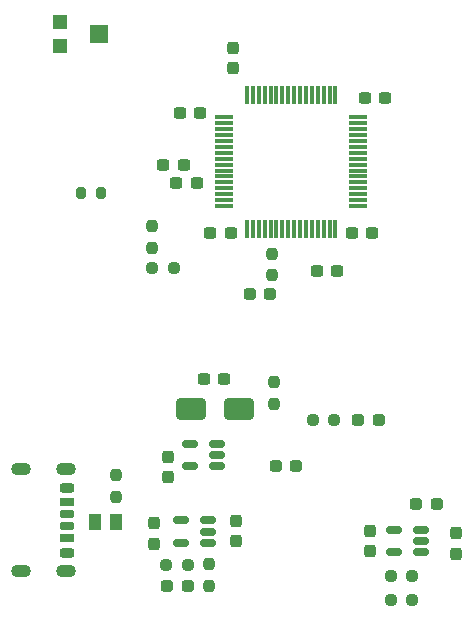
<source format=gtp>
%TF.GenerationSoftware,KiCad,Pcbnew,9.0.3-9.0.3-0~ubuntu24.04.1*%
%TF.CreationDate,2025-09-09T12:03:32+01:00*%
%TF.ProjectId,pcb,7063622e-6b69-4636-9164-5f7063625858,rev?*%
%TF.SameCoordinates,Original*%
%TF.FileFunction,Paste,Top*%
%TF.FilePolarity,Positive*%
%FSLAX46Y46*%
G04 Gerber Fmt 4.6, Leading zero omitted, Abs format (unit mm)*
G04 Created by KiCad (PCBNEW 9.0.3-9.0.3-0~ubuntu24.04.1) date 2025-09-09 12:03:32*
%MOMM*%
%LPD*%
G01*
G04 APERTURE LIST*
G04 Aperture macros list*
%AMRoundRect*
0 Rectangle with rounded corners*
0 $1 Rounding radius*
0 $2 $3 $4 $5 $6 $7 $8 $9 X,Y pos of 4 corners*
0 Add a 4 corners polygon primitive as box body*
4,1,4,$2,$3,$4,$5,$6,$7,$8,$9,$2,$3,0*
0 Add four circle primitives for the rounded corners*
1,1,$1+$1,$2,$3*
1,1,$1+$1,$4,$5*
1,1,$1+$1,$6,$7*
1,1,$1+$1,$8,$9*
0 Add four rect primitives between the rounded corners*
20,1,$1+$1,$2,$3,$4,$5,0*
20,1,$1+$1,$4,$5,$6,$7,0*
20,1,$1+$1,$6,$7,$8,$9,0*
20,1,$1+$1,$8,$9,$2,$3,0*%
G04 Aperture macros list end*
%ADD10RoundRect,0.237500X0.300000X0.237500X-0.300000X0.237500X-0.300000X-0.237500X0.300000X-0.237500X0*%
%ADD11RoundRect,0.237500X-0.300000X-0.237500X0.300000X-0.237500X0.300000X0.237500X-0.300000X0.237500X0*%
%ADD12RoundRect,0.237500X0.287500X0.237500X-0.287500X0.237500X-0.287500X-0.237500X0.287500X-0.237500X0*%
%ADD13RoundRect,0.237500X0.237500X-0.250000X0.237500X0.250000X-0.237500X0.250000X-0.237500X-0.250000X0*%
%ADD14RoundRect,0.237500X-0.287500X-0.237500X0.287500X-0.237500X0.287500X0.237500X-0.287500X0.237500X0*%
%ADD15RoundRect,0.150000X0.512500X0.150000X-0.512500X0.150000X-0.512500X-0.150000X0.512500X-0.150000X0*%
%ADD16RoundRect,0.200000X-0.200000X-0.275000X0.200000X-0.275000X0.200000X0.275000X-0.200000X0.275000X0*%
%ADD17R,1.140000X1.470000*%
%ADD18RoundRect,0.237500X-0.237500X0.300000X-0.237500X-0.300000X0.237500X-0.300000X0.237500X0.300000X0*%
%ADD19R,1.200000X1.200000*%
%ADD20R,1.500000X1.600000*%
%ADD21RoundRect,0.237500X0.250000X0.237500X-0.250000X0.237500X-0.250000X-0.237500X0.250000X-0.237500X0*%
%ADD22RoundRect,0.075000X-0.700000X-0.075000X0.700000X-0.075000X0.700000X0.075000X-0.700000X0.075000X0*%
%ADD23RoundRect,0.075000X-0.075000X-0.700000X0.075000X-0.700000X0.075000X0.700000X-0.075000X0.700000X0*%
%ADD24RoundRect,0.250000X-1.000000X-0.650000X1.000000X-0.650000X1.000000X0.650000X-1.000000X0.650000X0*%
%ADD25RoundRect,0.237500X0.237500X-0.300000X0.237500X0.300000X-0.237500X0.300000X-0.237500X-0.300000X0*%
%ADD26RoundRect,0.175000X-0.425000X0.175000X-0.425000X-0.175000X0.425000X-0.175000X0.425000X0.175000X0*%
%ADD27RoundRect,0.190000X0.410000X-0.190000X0.410000X0.190000X-0.410000X0.190000X-0.410000X-0.190000X0*%
%ADD28RoundRect,0.200000X0.400000X-0.200000X0.400000X0.200000X-0.400000X0.200000X-0.400000X-0.200000X0*%
%ADD29RoundRect,0.175000X0.425000X-0.175000X0.425000X0.175000X-0.425000X0.175000X-0.425000X-0.175000X0*%
%ADD30RoundRect,0.190000X-0.410000X0.190000X-0.410000X-0.190000X0.410000X-0.190000X0.410000X0.190000X0*%
%ADD31RoundRect,0.200000X-0.400000X0.200000X-0.400000X-0.200000X0.400000X-0.200000X0.400000X0.200000X0*%
%ADD32O,1.700000X1.100000*%
%ADD33RoundRect,0.237500X-0.250000X-0.237500X0.250000X-0.237500X0.250000X0.237500X-0.250000X0.237500X0*%
G04 APERTURE END LIST*
D10*
%TO.C,C10*%
X81762500Y-54300000D03*
X80037500Y-54300000D03*
%TD*%
D11*
%TO.C,C6*%
X94587500Y-64500000D03*
X96312500Y-64500000D03*
%TD*%
D10*
%TO.C,C3*%
X81450000Y-60250000D03*
X79725000Y-60250000D03*
%TD*%
%TO.C,C9*%
X84312500Y-64500000D03*
X82587500Y-64500000D03*
%TD*%
D11*
%TO.C,C5*%
X95700000Y-53000000D03*
X97425000Y-53000000D03*
%TD*%
D10*
%TO.C,C7*%
X80362500Y-58700000D03*
X78637500Y-58700000D03*
%TD*%
D12*
%TO.C,D1*%
X96850000Y-80300000D03*
X95100000Y-80300000D03*
%TD*%
D13*
%TO.C,R13*%
X88000000Y-78912500D03*
X88000000Y-77087500D03*
%TD*%
D14*
%TO.C,D2*%
X85925000Y-69600000D03*
X87675000Y-69600000D03*
%TD*%
D15*
%TO.C,U5*%
X83175000Y-84200000D03*
X83175000Y-83250000D03*
X83175000Y-82300000D03*
X80900000Y-82300000D03*
X80900000Y-84200000D03*
%TD*%
D10*
%TO.C,C17*%
X83800000Y-76800000D03*
X82075000Y-76800000D03*
%TD*%
D16*
%TO.C,R7*%
X71675000Y-61100000D03*
X73325000Y-61100000D03*
%TD*%
D13*
%TO.C,R12*%
X77700000Y-65712500D03*
X77700000Y-63887500D03*
%TD*%
D17*
%TO.C,FB1*%
X72810000Y-88900000D03*
X74590000Y-88900000D03*
%TD*%
D18*
%TO.C,C1*%
X96100000Y-89700000D03*
X96100000Y-91425000D03*
%TD*%
D19*
%TO.C,RV1*%
X69900000Y-46600000D03*
D20*
X73150000Y-47600000D03*
D19*
X69900000Y-48600000D03*
%TD*%
D18*
%TO.C,C16*%
X79000000Y-83400000D03*
X79000000Y-85125000D03*
%TD*%
D12*
%TO.C,L3*%
X89875000Y-84200000D03*
X88125000Y-84200000D03*
%TD*%
D13*
%TO.C,R8*%
X82499000Y-94313500D03*
X82499000Y-92488500D03*
%TD*%
%TO.C,R5*%
X87800000Y-68025000D03*
X87800000Y-66200000D03*
%TD*%
D21*
%TO.C,R1*%
X99700000Y-95500000D03*
X97875000Y-95500000D03*
%TD*%
%TO.C,R4*%
X93100000Y-80300000D03*
X91275000Y-80300000D03*
%TD*%
D14*
%TO.C,L1*%
X100050000Y-87400000D03*
X101800000Y-87400000D03*
%TD*%
D22*
%TO.C,U2*%
X83775000Y-54675000D03*
X83775000Y-55175000D03*
X83775000Y-55675000D03*
X83775000Y-56175000D03*
X83775000Y-56675000D03*
X83775000Y-57175000D03*
X83775000Y-57675000D03*
X83775000Y-58175000D03*
X83775000Y-58675000D03*
X83775000Y-59175000D03*
X83775000Y-59675000D03*
X83775000Y-60175000D03*
X83775000Y-60675000D03*
X83775000Y-61175000D03*
X83775000Y-61675000D03*
X83775000Y-62175000D03*
D23*
X85700000Y-64100000D03*
X86200000Y-64100000D03*
X86700000Y-64100000D03*
X87200000Y-64100000D03*
X87700000Y-64100000D03*
X88200000Y-64100000D03*
X88700000Y-64100000D03*
X89200000Y-64100000D03*
X89700000Y-64100000D03*
X90200000Y-64100000D03*
X90700000Y-64100000D03*
X91200000Y-64100000D03*
X91700000Y-64100000D03*
X92200000Y-64100000D03*
X92700000Y-64100000D03*
X93200000Y-64100000D03*
D22*
X95125000Y-62175000D03*
X95125000Y-61675000D03*
X95125000Y-61175000D03*
X95125000Y-60675000D03*
X95125000Y-60175000D03*
X95125000Y-59675000D03*
X95125000Y-59175000D03*
X95125000Y-58675000D03*
X95125000Y-58175000D03*
X95125000Y-57675000D03*
X95125000Y-57175000D03*
X95125000Y-56675000D03*
X95125000Y-56175000D03*
X95125000Y-55675000D03*
X95125000Y-55175000D03*
X95125000Y-54675000D03*
D23*
X93200000Y-52750000D03*
X92700000Y-52750000D03*
X92200000Y-52750000D03*
X91700000Y-52750000D03*
X91200000Y-52750000D03*
X90700000Y-52750000D03*
X90200000Y-52750000D03*
X89700000Y-52750000D03*
X89200000Y-52750000D03*
X88700000Y-52750000D03*
X88200000Y-52750000D03*
X87700000Y-52750000D03*
X87200000Y-52750000D03*
X86700000Y-52750000D03*
X86200000Y-52750000D03*
X85700000Y-52750000D03*
%TD*%
D15*
%TO.C,U3*%
X82374000Y-90688500D03*
X82374000Y-89738500D03*
X82374000Y-88788500D03*
X80099000Y-88788500D03*
X80099000Y-90688500D03*
%TD*%
D24*
%TO.C,D5*%
X81000000Y-79400000D03*
X85000000Y-79400000D03*
%TD*%
D18*
%TO.C,C12*%
X77799000Y-89026000D03*
X77799000Y-90751000D03*
%TD*%
D25*
%TO.C,C4*%
X84500000Y-50500000D03*
X84500000Y-48775000D03*
%TD*%
D13*
%TO.C,R10*%
X74600000Y-86812500D03*
X74600000Y-84987500D03*
%TD*%
D26*
%TO.C,J1*%
X70480000Y-88280000D03*
D27*
X70480000Y-90300000D03*
D28*
X70480000Y-91530000D03*
D29*
X70480000Y-89280000D03*
D30*
X70480000Y-87260000D03*
D31*
X70480000Y-86030000D03*
D32*
X70400000Y-84460000D03*
X66600000Y-84460000D03*
X70400000Y-93100000D03*
X66600000Y-93100000D03*
%TD*%
D18*
%TO.C,C11*%
X84799000Y-88826000D03*
X84799000Y-90551000D03*
%TD*%
D33*
%TO.C,R2*%
X97887500Y-93500000D03*
X99712500Y-93500000D03*
%TD*%
D12*
%TO.C,D3*%
X80674000Y-94388500D03*
X78924000Y-94388500D03*
%TD*%
D11*
%TO.C,C8*%
X91637500Y-67650000D03*
X93362500Y-67650000D03*
%TD*%
D15*
%TO.C,U1*%
X100400000Y-91500000D03*
X100400000Y-90550000D03*
X100400000Y-89600000D03*
X98125000Y-89600000D03*
X98125000Y-91500000D03*
%TD*%
D21*
%TO.C,R11*%
X79512500Y-67400000D03*
X77687500Y-67400000D03*
%TD*%
D18*
%TO.C,C2*%
X103400000Y-89900000D03*
X103400000Y-91625000D03*
%TD*%
D21*
%TO.C,R9*%
X80711500Y-92588500D03*
X78886500Y-92588500D03*
%TD*%
M02*

</source>
